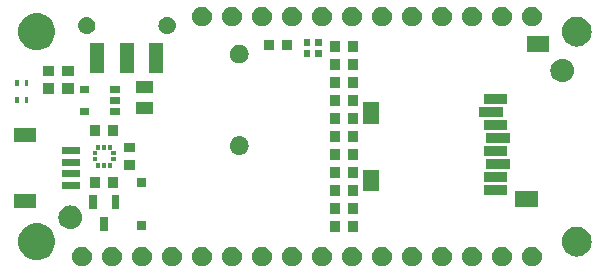
<source format=gbr>
%TF.GenerationSoftware,KiCad,Pcbnew,7.0.8*%
%TF.CreationDate,2024-01-07T13:27:56-05:00*%
%TF.ProjectId,weather-featherwing,77656174-6865-4722-9d66-656174686572,02*%
%TF.SameCoordinates,Original*%
%TF.FileFunction,Soldermask,Top*%
%TF.FilePolarity,Negative*%
%FSLAX46Y46*%
G04 Gerber Fmt 4.6, Leading zero omitted, Abs format (unit mm)*
G04 Created by KiCad (PCBNEW 7.0.8) date 2024-01-07 13:27:56*
%MOMM*%
%LPD*%
G01*
G04 APERTURE LIST*
G04 APERTURE END LIST*
G36*
X120912664Y-117301602D02*
G01*
X121075000Y-117373878D01*
X121218761Y-117478327D01*
X121337664Y-117610383D01*
X121426514Y-117764274D01*
X121481425Y-117933275D01*
X121500000Y-118110000D01*
X121481425Y-118286725D01*
X121426514Y-118455726D01*
X121337664Y-118609617D01*
X121218761Y-118741673D01*
X121075000Y-118846122D01*
X120912664Y-118918398D01*
X120738849Y-118955344D01*
X120561151Y-118955344D01*
X120387336Y-118918398D01*
X120225000Y-118846122D01*
X120081239Y-118741673D01*
X119962336Y-118609617D01*
X119873486Y-118455726D01*
X119818575Y-118286725D01*
X119800000Y-118110000D01*
X119818575Y-117933275D01*
X119873486Y-117764274D01*
X119962336Y-117610383D01*
X120081239Y-117478327D01*
X120225000Y-117373878D01*
X120387336Y-117301602D01*
X120561151Y-117264656D01*
X120738849Y-117264656D01*
X120912664Y-117301602D01*
G37*
G36*
X123452664Y-117301602D02*
G01*
X123615000Y-117373878D01*
X123758761Y-117478327D01*
X123877664Y-117610383D01*
X123966514Y-117764274D01*
X124021425Y-117933275D01*
X124040000Y-118110000D01*
X124021425Y-118286725D01*
X123966514Y-118455726D01*
X123877664Y-118609617D01*
X123758761Y-118741673D01*
X123615000Y-118846122D01*
X123452664Y-118918398D01*
X123278849Y-118955344D01*
X123101151Y-118955344D01*
X122927336Y-118918398D01*
X122765000Y-118846122D01*
X122621239Y-118741673D01*
X122502336Y-118609617D01*
X122413486Y-118455726D01*
X122358575Y-118286725D01*
X122340000Y-118110000D01*
X122358575Y-117933275D01*
X122413486Y-117764274D01*
X122502336Y-117610383D01*
X122621239Y-117478327D01*
X122765000Y-117373878D01*
X122927336Y-117301602D01*
X123101151Y-117264656D01*
X123278849Y-117264656D01*
X123452664Y-117301602D01*
G37*
G36*
X125992664Y-117301602D02*
G01*
X126155000Y-117373878D01*
X126298761Y-117478327D01*
X126417664Y-117610383D01*
X126506514Y-117764274D01*
X126561425Y-117933275D01*
X126580000Y-118110000D01*
X126561425Y-118286725D01*
X126506514Y-118455726D01*
X126417664Y-118609617D01*
X126298761Y-118741673D01*
X126155000Y-118846122D01*
X125992664Y-118918398D01*
X125818849Y-118955344D01*
X125641151Y-118955344D01*
X125467336Y-118918398D01*
X125305000Y-118846122D01*
X125161239Y-118741673D01*
X125042336Y-118609617D01*
X124953486Y-118455726D01*
X124898575Y-118286725D01*
X124880000Y-118110000D01*
X124898575Y-117933275D01*
X124953486Y-117764274D01*
X125042336Y-117610383D01*
X125161239Y-117478327D01*
X125305000Y-117373878D01*
X125467336Y-117301602D01*
X125641151Y-117264656D01*
X125818849Y-117264656D01*
X125992664Y-117301602D01*
G37*
G36*
X128532664Y-117301602D02*
G01*
X128695000Y-117373878D01*
X128838761Y-117478327D01*
X128957664Y-117610383D01*
X129046514Y-117764274D01*
X129101425Y-117933275D01*
X129120000Y-118110000D01*
X129101425Y-118286725D01*
X129046514Y-118455726D01*
X128957664Y-118609617D01*
X128838761Y-118741673D01*
X128695000Y-118846122D01*
X128532664Y-118918398D01*
X128358849Y-118955344D01*
X128181151Y-118955344D01*
X128007336Y-118918398D01*
X127845000Y-118846122D01*
X127701239Y-118741673D01*
X127582336Y-118609617D01*
X127493486Y-118455726D01*
X127438575Y-118286725D01*
X127420000Y-118110000D01*
X127438575Y-117933275D01*
X127493486Y-117764274D01*
X127582336Y-117610383D01*
X127701239Y-117478327D01*
X127845000Y-117373878D01*
X128007336Y-117301602D01*
X128181151Y-117264656D01*
X128358849Y-117264656D01*
X128532664Y-117301602D01*
G37*
G36*
X131072664Y-117301602D02*
G01*
X131235000Y-117373878D01*
X131378761Y-117478327D01*
X131497664Y-117610383D01*
X131586514Y-117764274D01*
X131641425Y-117933275D01*
X131660000Y-118110000D01*
X131641425Y-118286725D01*
X131586514Y-118455726D01*
X131497664Y-118609617D01*
X131378761Y-118741673D01*
X131235000Y-118846122D01*
X131072664Y-118918398D01*
X130898849Y-118955344D01*
X130721151Y-118955344D01*
X130547336Y-118918398D01*
X130385000Y-118846122D01*
X130241239Y-118741673D01*
X130122336Y-118609617D01*
X130033486Y-118455726D01*
X129978575Y-118286725D01*
X129960000Y-118110000D01*
X129978575Y-117933275D01*
X130033486Y-117764274D01*
X130122336Y-117610383D01*
X130241239Y-117478327D01*
X130385000Y-117373878D01*
X130547336Y-117301602D01*
X130721151Y-117264656D01*
X130898849Y-117264656D01*
X131072664Y-117301602D01*
G37*
G36*
X133612664Y-117301602D02*
G01*
X133775000Y-117373878D01*
X133918761Y-117478327D01*
X134037664Y-117610383D01*
X134126514Y-117764274D01*
X134181425Y-117933275D01*
X134200000Y-118110000D01*
X134181425Y-118286725D01*
X134126514Y-118455726D01*
X134037664Y-118609617D01*
X133918761Y-118741673D01*
X133775000Y-118846122D01*
X133612664Y-118918398D01*
X133438849Y-118955344D01*
X133261151Y-118955344D01*
X133087336Y-118918398D01*
X132925000Y-118846122D01*
X132781239Y-118741673D01*
X132662336Y-118609617D01*
X132573486Y-118455726D01*
X132518575Y-118286725D01*
X132500000Y-118110000D01*
X132518575Y-117933275D01*
X132573486Y-117764274D01*
X132662336Y-117610383D01*
X132781239Y-117478327D01*
X132925000Y-117373878D01*
X133087336Y-117301602D01*
X133261151Y-117264656D01*
X133438849Y-117264656D01*
X133612664Y-117301602D01*
G37*
G36*
X136152664Y-117301602D02*
G01*
X136315000Y-117373878D01*
X136458761Y-117478327D01*
X136577664Y-117610383D01*
X136666514Y-117764274D01*
X136721425Y-117933275D01*
X136740000Y-118110000D01*
X136721425Y-118286725D01*
X136666514Y-118455726D01*
X136577664Y-118609617D01*
X136458761Y-118741673D01*
X136315000Y-118846122D01*
X136152664Y-118918398D01*
X135978849Y-118955344D01*
X135801151Y-118955344D01*
X135627336Y-118918398D01*
X135465000Y-118846122D01*
X135321239Y-118741673D01*
X135202336Y-118609617D01*
X135113486Y-118455726D01*
X135058575Y-118286725D01*
X135040000Y-118110000D01*
X135058575Y-117933275D01*
X135113486Y-117764274D01*
X135202336Y-117610383D01*
X135321239Y-117478327D01*
X135465000Y-117373878D01*
X135627336Y-117301602D01*
X135801151Y-117264656D01*
X135978849Y-117264656D01*
X136152664Y-117301602D01*
G37*
G36*
X138692664Y-117301602D02*
G01*
X138855000Y-117373878D01*
X138998761Y-117478327D01*
X139117664Y-117610383D01*
X139206514Y-117764274D01*
X139261425Y-117933275D01*
X139280000Y-118110000D01*
X139261425Y-118286725D01*
X139206514Y-118455726D01*
X139117664Y-118609617D01*
X138998761Y-118741673D01*
X138855000Y-118846122D01*
X138692664Y-118918398D01*
X138518849Y-118955344D01*
X138341151Y-118955344D01*
X138167336Y-118918398D01*
X138005000Y-118846122D01*
X137861239Y-118741673D01*
X137742336Y-118609617D01*
X137653486Y-118455726D01*
X137598575Y-118286725D01*
X137580000Y-118110000D01*
X137598575Y-117933275D01*
X137653486Y-117764274D01*
X137742336Y-117610383D01*
X137861239Y-117478327D01*
X138005000Y-117373878D01*
X138167336Y-117301602D01*
X138341151Y-117264656D01*
X138518849Y-117264656D01*
X138692664Y-117301602D01*
G37*
G36*
X141232664Y-117301602D02*
G01*
X141395000Y-117373878D01*
X141538761Y-117478327D01*
X141657664Y-117610383D01*
X141746514Y-117764274D01*
X141801425Y-117933275D01*
X141820000Y-118110000D01*
X141801425Y-118286725D01*
X141746514Y-118455726D01*
X141657664Y-118609617D01*
X141538761Y-118741673D01*
X141395000Y-118846122D01*
X141232664Y-118918398D01*
X141058849Y-118955344D01*
X140881151Y-118955344D01*
X140707336Y-118918398D01*
X140545000Y-118846122D01*
X140401239Y-118741673D01*
X140282336Y-118609617D01*
X140193486Y-118455726D01*
X140138575Y-118286725D01*
X140120000Y-118110000D01*
X140138575Y-117933275D01*
X140193486Y-117764274D01*
X140282336Y-117610383D01*
X140401239Y-117478327D01*
X140545000Y-117373878D01*
X140707336Y-117301602D01*
X140881151Y-117264656D01*
X141058849Y-117264656D01*
X141232664Y-117301602D01*
G37*
G36*
X143772664Y-117301602D02*
G01*
X143935000Y-117373878D01*
X144078761Y-117478327D01*
X144197664Y-117610383D01*
X144286514Y-117764274D01*
X144341425Y-117933275D01*
X144360000Y-118110000D01*
X144341425Y-118286725D01*
X144286514Y-118455726D01*
X144197664Y-118609617D01*
X144078761Y-118741673D01*
X143935000Y-118846122D01*
X143772664Y-118918398D01*
X143598849Y-118955344D01*
X143421151Y-118955344D01*
X143247336Y-118918398D01*
X143085000Y-118846122D01*
X142941239Y-118741673D01*
X142822336Y-118609617D01*
X142733486Y-118455726D01*
X142678575Y-118286725D01*
X142660000Y-118110000D01*
X142678575Y-117933275D01*
X142733486Y-117764274D01*
X142822336Y-117610383D01*
X142941239Y-117478327D01*
X143085000Y-117373878D01*
X143247336Y-117301602D01*
X143421151Y-117264656D01*
X143598849Y-117264656D01*
X143772664Y-117301602D01*
G37*
G36*
X146312664Y-117301602D02*
G01*
X146475000Y-117373878D01*
X146618761Y-117478327D01*
X146737664Y-117610383D01*
X146826514Y-117764274D01*
X146881425Y-117933275D01*
X146900000Y-118110000D01*
X146881425Y-118286725D01*
X146826514Y-118455726D01*
X146737664Y-118609617D01*
X146618761Y-118741673D01*
X146475000Y-118846122D01*
X146312664Y-118918398D01*
X146138849Y-118955344D01*
X145961151Y-118955344D01*
X145787336Y-118918398D01*
X145625000Y-118846122D01*
X145481239Y-118741673D01*
X145362336Y-118609617D01*
X145273486Y-118455726D01*
X145218575Y-118286725D01*
X145200000Y-118110000D01*
X145218575Y-117933275D01*
X145273486Y-117764274D01*
X145362336Y-117610383D01*
X145481239Y-117478327D01*
X145625000Y-117373878D01*
X145787336Y-117301602D01*
X145961151Y-117264656D01*
X146138849Y-117264656D01*
X146312664Y-117301602D01*
G37*
G36*
X148852664Y-117301602D02*
G01*
X149015000Y-117373878D01*
X149158761Y-117478327D01*
X149277664Y-117610383D01*
X149366514Y-117764274D01*
X149421425Y-117933275D01*
X149440000Y-118110000D01*
X149421425Y-118286725D01*
X149366514Y-118455726D01*
X149277664Y-118609617D01*
X149158761Y-118741673D01*
X149015000Y-118846122D01*
X148852664Y-118918398D01*
X148678849Y-118955344D01*
X148501151Y-118955344D01*
X148327336Y-118918398D01*
X148165000Y-118846122D01*
X148021239Y-118741673D01*
X147902336Y-118609617D01*
X147813486Y-118455726D01*
X147758575Y-118286725D01*
X147740000Y-118110000D01*
X147758575Y-117933275D01*
X147813486Y-117764274D01*
X147902336Y-117610383D01*
X148021239Y-117478327D01*
X148165000Y-117373878D01*
X148327336Y-117301602D01*
X148501151Y-117264656D01*
X148678849Y-117264656D01*
X148852664Y-117301602D01*
G37*
G36*
X151392664Y-117301602D02*
G01*
X151555000Y-117373878D01*
X151698761Y-117478327D01*
X151817664Y-117610383D01*
X151906514Y-117764274D01*
X151961425Y-117933275D01*
X151980000Y-118110000D01*
X151961425Y-118286725D01*
X151906514Y-118455726D01*
X151817664Y-118609617D01*
X151698761Y-118741673D01*
X151555000Y-118846122D01*
X151392664Y-118918398D01*
X151218849Y-118955344D01*
X151041151Y-118955344D01*
X150867336Y-118918398D01*
X150705000Y-118846122D01*
X150561239Y-118741673D01*
X150442336Y-118609617D01*
X150353486Y-118455726D01*
X150298575Y-118286725D01*
X150280000Y-118110000D01*
X150298575Y-117933275D01*
X150353486Y-117764274D01*
X150442336Y-117610383D01*
X150561239Y-117478327D01*
X150705000Y-117373878D01*
X150867336Y-117301602D01*
X151041151Y-117264656D01*
X151218849Y-117264656D01*
X151392664Y-117301602D01*
G37*
G36*
X153932664Y-117301602D02*
G01*
X154095000Y-117373878D01*
X154238761Y-117478327D01*
X154357664Y-117610383D01*
X154446514Y-117764274D01*
X154501425Y-117933275D01*
X154520000Y-118110000D01*
X154501425Y-118286725D01*
X154446514Y-118455726D01*
X154357664Y-118609617D01*
X154238761Y-118741673D01*
X154095000Y-118846122D01*
X153932664Y-118918398D01*
X153758849Y-118955344D01*
X153581151Y-118955344D01*
X153407336Y-118918398D01*
X153245000Y-118846122D01*
X153101239Y-118741673D01*
X152982336Y-118609617D01*
X152893486Y-118455726D01*
X152838575Y-118286725D01*
X152820000Y-118110000D01*
X152838575Y-117933275D01*
X152893486Y-117764274D01*
X152982336Y-117610383D01*
X153101239Y-117478327D01*
X153245000Y-117373878D01*
X153407336Y-117301602D01*
X153581151Y-117264656D01*
X153758849Y-117264656D01*
X153932664Y-117301602D01*
G37*
G36*
X156472664Y-117301602D02*
G01*
X156635000Y-117373878D01*
X156778761Y-117478327D01*
X156897664Y-117610383D01*
X156986514Y-117764274D01*
X157041425Y-117933275D01*
X157060000Y-118110000D01*
X157041425Y-118286725D01*
X156986514Y-118455726D01*
X156897664Y-118609617D01*
X156778761Y-118741673D01*
X156635000Y-118846122D01*
X156472664Y-118918398D01*
X156298849Y-118955344D01*
X156121151Y-118955344D01*
X155947336Y-118918398D01*
X155785000Y-118846122D01*
X155641239Y-118741673D01*
X155522336Y-118609617D01*
X155433486Y-118455726D01*
X155378575Y-118286725D01*
X155360000Y-118110000D01*
X155378575Y-117933275D01*
X155433486Y-117764274D01*
X155522336Y-117610383D01*
X155641239Y-117478327D01*
X155785000Y-117373878D01*
X155947336Y-117301602D01*
X156121151Y-117264656D01*
X156298849Y-117264656D01*
X156472664Y-117301602D01*
G37*
G36*
X159012664Y-117301602D02*
G01*
X159175000Y-117373878D01*
X159318761Y-117478327D01*
X159437664Y-117610383D01*
X159526514Y-117764274D01*
X159581425Y-117933275D01*
X159600000Y-118110000D01*
X159581425Y-118286725D01*
X159526514Y-118455726D01*
X159437664Y-118609617D01*
X159318761Y-118741673D01*
X159175000Y-118846122D01*
X159012664Y-118918398D01*
X158838849Y-118955344D01*
X158661151Y-118955344D01*
X158487336Y-118918398D01*
X158325000Y-118846122D01*
X158181239Y-118741673D01*
X158062336Y-118609617D01*
X157973486Y-118455726D01*
X157918575Y-118286725D01*
X157900000Y-118110000D01*
X157918575Y-117933275D01*
X157973486Y-117764274D01*
X158062336Y-117610383D01*
X158181239Y-117478327D01*
X158325000Y-117373878D01*
X158487336Y-117301602D01*
X158661151Y-117264656D01*
X158838849Y-117264656D01*
X159012664Y-117301602D01*
G37*
G36*
X117085602Y-115289329D02*
G01*
X117325157Y-115346841D01*
X117552765Y-115441120D01*
X117762823Y-115569843D01*
X117950158Y-115729842D01*
X118110157Y-115917177D01*
X118238880Y-116127235D01*
X118333159Y-116354843D01*
X118390671Y-116594398D01*
X118410000Y-116840000D01*
X118390671Y-117085602D01*
X118333159Y-117325157D01*
X118238880Y-117552765D01*
X118110157Y-117762823D01*
X117950158Y-117950158D01*
X117762823Y-118110157D01*
X117552765Y-118238880D01*
X117325157Y-118333159D01*
X117085602Y-118390671D01*
X116840000Y-118410000D01*
X116594398Y-118390671D01*
X116354843Y-118333159D01*
X116127235Y-118238880D01*
X115917177Y-118110157D01*
X115729842Y-117950158D01*
X115569843Y-117762823D01*
X115441120Y-117552765D01*
X115346841Y-117325157D01*
X115289329Y-117085602D01*
X115270000Y-116840000D01*
X115289329Y-116594398D01*
X115346841Y-116354843D01*
X115441120Y-116127235D01*
X115569843Y-115917177D01*
X115729842Y-115729842D01*
X115917177Y-115569843D01*
X116127235Y-115441120D01*
X116354843Y-115346841D01*
X116594398Y-115289329D01*
X116840000Y-115270000D01*
X117085602Y-115289329D01*
G37*
G36*
X162780533Y-115589294D02*
G01*
X162994366Y-115646590D01*
X163195000Y-115740148D01*
X163376340Y-115867124D01*
X163532876Y-116023660D01*
X163659852Y-116205000D01*
X163753410Y-116405634D01*
X163810706Y-116619467D01*
X163830000Y-116840000D01*
X163810706Y-117060533D01*
X163753410Y-117274366D01*
X163659852Y-117475000D01*
X163532876Y-117656340D01*
X163376340Y-117812876D01*
X163195000Y-117939852D01*
X162994366Y-118033410D01*
X162780533Y-118090706D01*
X162560000Y-118110000D01*
X162339467Y-118090706D01*
X162125634Y-118033410D01*
X161925000Y-117939852D01*
X161743660Y-117812876D01*
X161587124Y-117656340D01*
X161460148Y-117475000D01*
X161366590Y-117274366D01*
X161309294Y-117060533D01*
X161290000Y-116840000D01*
X161309294Y-116619467D01*
X161366590Y-116405634D01*
X161460148Y-116205000D01*
X161587124Y-116023660D01*
X161743660Y-115867124D01*
X161925000Y-115740148D01*
X162125634Y-115646590D01*
X162339467Y-115589294D01*
X162560000Y-115570000D01*
X162780533Y-115589294D01*
G37*
G36*
X142560500Y-116055000D02*
G01*
X141689500Y-116055000D01*
X141689500Y-115085000D01*
X142560500Y-115085000D01*
X142560500Y-116055000D01*
G37*
G36*
X144060500Y-116055000D02*
G01*
X143189500Y-116055000D01*
X143189500Y-115085000D01*
X144060500Y-115085000D01*
X144060500Y-116055000D01*
G37*
G36*
X122877500Y-115952500D02*
G01*
X122232500Y-115952500D01*
X122232500Y-114779500D01*
X122877500Y-114779500D01*
X122877500Y-115952500D01*
G37*
G36*
X126125000Y-115850000D02*
G01*
X125335000Y-115850000D01*
X125335000Y-115090000D01*
X126125000Y-115090000D01*
X126125000Y-115850000D01*
G37*
G36*
X119879890Y-113801815D02*
G01*
X120067483Y-113858720D01*
X120240370Y-113951130D01*
X120391907Y-114075493D01*
X120516270Y-114227030D01*
X120608680Y-114399917D01*
X120665585Y-114587510D01*
X120684800Y-114782600D01*
X120665585Y-114977690D01*
X120608680Y-115165283D01*
X120516270Y-115338170D01*
X120391907Y-115489707D01*
X120240370Y-115614070D01*
X120067483Y-115706480D01*
X119879890Y-115763385D01*
X119684800Y-115782600D01*
X119489710Y-115763385D01*
X119302117Y-115706480D01*
X119129230Y-115614070D01*
X118977693Y-115489707D01*
X118853330Y-115338170D01*
X118760920Y-115165283D01*
X118704015Y-114977690D01*
X118684800Y-114782600D01*
X118704015Y-114587510D01*
X118760920Y-114399917D01*
X118853330Y-114227030D01*
X118977693Y-114075493D01*
X119129230Y-113951130D01*
X119302117Y-113858720D01*
X119489710Y-113801815D01*
X119684800Y-113782600D01*
X119879890Y-113801815D01*
G37*
G36*
X142560500Y-114531000D02*
G01*
X141689500Y-114531000D01*
X141689500Y-113561000D01*
X142560500Y-113561000D01*
X142560500Y-114531000D01*
G37*
G36*
X144060500Y-114531000D02*
G01*
X143189500Y-114531000D01*
X143189500Y-113561000D01*
X144060500Y-113561000D01*
X144060500Y-114531000D01*
G37*
G36*
X121927500Y-114074500D02*
G01*
X121282500Y-114074500D01*
X121282500Y-112901500D01*
X121927500Y-112901500D01*
X121927500Y-114074500D01*
G37*
G36*
X123827500Y-114074500D02*
G01*
X123182500Y-114074500D01*
X123182500Y-112901500D01*
X123827500Y-112901500D01*
X123827500Y-114074500D01*
G37*
G36*
X116755400Y-114015600D02*
G01*
X114955400Y-114015600D01*
X114955400Y-112815600D01*
X116755400Y-112815600D01*
X116755400Y-114015600D01*
G37*
G36*
X159250000Y-113955000D02*
G01*
X157350000Y-113955000D01*
X157350000Y-112555000D01*
X159250000Y-112555000D01*
X159250000Y-113955000D01*
G37*
G36*
X142530000Y-112986500D02*
G01*
X141710000Y-112986500D01*
X141710000Y-112057500D01*
X142530000Y-112057500D01*
X142530000Y-112986500D01*
G37*
G36*
X144040000Y-112986500D02*
G01*
X143220000Y-112986500D01*
X143220000Y-112057500D01*
X144040000Y-112057500D01*
X144040000Y-112986500D01*
G37*
G36*
X156700000Y-112865000D02*
G01*
X154700000Y-112865000D01*
X154700000Y-112065000D01*
X156700000Y-112065000D01*
X156700000Y-112865000D01*
G37*
G36*
X145850000Y-112555000D02*
G01*
X144450000Y-112555000D01*
X144450000Y-110755000D01*
X145850000Y-110755000D01*
X145850000Y-112555000D01*
G37*
G36*
X120505400Y-112415600D02*
G01*
X118955400Y-112415600D01*
X118955400Y-111815600D01*
X120505400Y-111815600D01*
X120505400Y-112415600D01*
G37*
G36*
X122210000Y-112326100D02*
G01*
X121390000Y-112326100D01*
X121390000Y-111397100D01*
X122210000Y-111397100D01*
X122210000Y-112326100D01*
G37*
G36*
X123720000Y-112326100D02*
G01*
X122900000Y-112326100D01*
X122900000Y-111397100D01*
X123720000Y-111397100D01*
X123720000Y-112326100D01*
G37*
G36*
X126125000Y-112240000D02*
G01*
X125335000Y-112240000D01*
X125335000Y-111480000D01*
X126125000Y-111480000D01*
X126125000Y-112240000D01*
G37*
G36*
X156700000Y-111765000D02*
G01*
X154700000Y-111765000D01*
X154700000Y-110965000D01*
X156700000Y-110965000D01*
X156700000Y-111765000D01*
G37*
G36*
X142530000Y-111462500D02*
G01*
X141710000Y-111462500D01*
X141710000Y-110533500D01*
X142530000Y-110533500D01*
X142530000Y-111462500D01*
G37*
G36*
X144040000Y-111462500D02*
G01*
X143220000Y-111462500D01*
X143220000Y-110533500D01*
X144040000Y-110533500D01*
X144040000Y-111462500D01*
G37*
G36*
X120505400Y-111415600D02*
G01*
X118955400Y-111415600D01*
X118955400Y-110815600D01*
X120505400Y-110815600D01*
X120505400Y-111415600D01*
G37*
G36*
X125178500Y-110791400D02*
G01*
X124249500Y-110791400D01*
X124249500Y-109971400D01*
X125178500Y-109971400D01*
X125178500Y-110791400D01*
G37*
G36*
X156900000Y-110665000D02*
G01*
X154900000Y-110665000D01*
X154900000Y-109865000D01*
X156900000Y-109865000D01*
X156900000Y-110665000D01*
G37*
G36*
X122230000Y-110590900D02*
G01*
X121880000Y-110590900D01*
X121880000Y-110193900D01*
X122230000Y-110193900D01*
X122230000Y-110590900D01*
G37*
G36*
X122730000Y-110590900D02*
G01*
X122380000Y-110590900D01*
X122380000Y-110193900D01*
X122730000Y-110193900D01*
X122730000Y-110590900D01*
G37*
G36*
X123230000Y-110590900D02*
G01*
X122880000Y-110590900D01*
X122880000Y-110193900D01*
X123230000Y-110193900D01*
X123230000Y-110590900D01*
G37*
G36*
X120505400Y-110415600D02*
G01*
X118955400Y-110415600D01*
X118955400Y-109815600D01*
X120505400Y-109815600D01*
X120505400Y-110415600D01*
G37*
G36*
X121987500Y-110051400D02*
G01*
X121590500Y-110051400D01*
X121590500Y-109701400D01*
X121987500Y-109701400D01*
X121987500Y-110051400D01*
G37*
G36*
X123519500Y-110051400D02*
G01*
X123122500Y-110051400D01*
X123122500Y-109701400D01*
X123519500Y-109701400D01*
X123519500Y-110051400D01*
G37*
G36*
X142530000Y-109938500D02*
G01*
X141710000Y-109938500D01*
X141710000Y-109009500D01*
X142530000Y-109009500D01*
X142530000Y-109938500D01*
G37*
G36*
X144040000Y-109938500D02*
G01*
X143220000Y-109938500D01*
X143220000Y-109009500D01*
X144040000Y-109009500D01*
X144040000Y-109938500D01*
G37*
G36*
X156700000Y-109565000D02*
G01*
X154700000Y-109565000D01*
X154700000Y-108765000D01*
X156700000Y-108765000D01*
X156700000Y-109565000D01*
G37*
G36*
X121987500Y-109551400D02*
G01*
X121590500Y-109551400D01*
X121590500Y-109201400D01*
X121987500Y-109201400D01*
X121987500Y-109551400D01*
G37*
G36*
X123519500Y-109551400D02*
G01*
X123122500Y-109551400D01*
X123122500Y-109201400D01*
X123519500Y-109201400D01*
X123519500Y-109551400D01*
G37*
G36*
X134026367Y-107916661D02*
G01*
X134068593Y-107916661D01*
X134116228Y-107926786D01*
X134163017Y-107932058D01*
X134197039Y-107943962D01*
X134232127Y-107951421D01*
X134282695Y-107973935D01*
X134332107Y-107991225D01*
X134357823Y-108007383D01*
X134384860Y-108019421D01*
X134435275Y-108056050D01*
X134483792Y-108086535D01*
X134501214Y-108103957D01*
X134520117Y-108117691D01*
X134566844Y-108169587D01*
X134610465Y-108213208D01*
X134620499Y-108229177D01*
X134631986Y-108241935D01*
X134671285Y-108310003D01*
X134705775Y-108364893D01*
X134710080Y-108377197D01*
X134715580Y-108386723D01*
X134743740Y-108473392D01*
X134764942Y-108533983D01*
X134765746Y-108541118D01*
X134767244Y-108545729D01*
X134780820Y-108674904D01*
X134785000Y-108712000D01*
X134780819Y-108749098D01*
X134767244Y-108878270D01*
X134765746Y-108882879D01*
X134764942Y-108890017D01*
X134743736Y-108950620D01*
X134715580Y-109037276D01*
X134710081Y-109046799D01*
X134705775Y-109059107D01*
X134671278Y-109114007D01*
X134631986Y-109182064D01*
X134620501Y-109194818D01*
X134610465Y-109210792D01*
X134566835Y-109254421D01*
X134520117Y-109306308D01*
X134501218Y-109320038D01*
X134483792Y-109337465D01*
X134435265Y-109367956D01*
X134384860Y-109404578D01*
X134357829Y-109416612D01*
X134332107Y-109432775D01*
X134282685Y-109450068D01*
X134232127Y-109472578D01*
X134197045Y-109480035D01*
X134163017Y-109491942D01*
X134116225Y-109497214D01*
X134068593Y-109507339D01*
X134026367Y-109507339D01*
X133985000Y-109512000D01*
X133943633Y-109507339D01*
X133901407Y-109507339D01*
X133853774Y-109497214D01*
X133806983Y-109491942D01*
X133772955Y-109480035D01*
X133737872Y-109472578D01*
X133687309Y-109450066D01*
X133637893Y-109432775D01*
X133612173Y-109416614D01*
X133585139Y-109404578D01*
X133534726Y-109367951D01*
X133486208Y-109337465D01*
X133468784Y-109320041D01*
X133449882Y-109306308D01*
X133403154Y-109254411D01*
X133359535Y-109210792D01*
X133349500Y-109194822D01*
X133338013Y-109182064D01*
X133298709Y-109113987D01*
X133264225Y-109059107D01*
X133259919Y-109046803D01*
X133254419Y-109037276D01*
X133226249Y-108950580D01*
X133205058Y-108890017D01*
X133204254Y-108882884D01*
X133202755Y-108878270D01*
X133189165Y-108748966D01*
X133185000Y-108712000D01*
X133189164Y-108675036D01*
X133202755Y-108545729D01*
X133204254Y-108541113D01*
X133205058Y-108533983D01*
X133226245Y-108473432D01*
X133254419Y-108386723D01*
X133259920Y-108377193D01*
X133264225Y-108364893D01*
X133298701Y-108310023D01*
X133338013Y-108241935D01*
X133349502Y-108229174D01*
X133359535Y-108213208D01*
X133403145Y-108169597D01*
X133449882Y-108117691D01*
X133468787Y-108103955D01*
X133486208Y-108086535D01*
X133534721Y-108056052D01*
X133585140Y-108019421D01*
X133612176Y-108007383D01*
X133637893Y-107991225D01*
X133687301Y-107973936D01*
X133737872Y-107951421D01*
X133772961Y-107943962D01*
X133806983Y-107932058D01*
X133853771Y-107926786D01*
X133901407Y-107916661D01*
X133943633Y-107916661D01*
X133985000Y-107912000D01*
X134026367Y-107916661D01*
G37*
G36*
X120505400Y-109415600D02*
G01*
X118955400Y-109415600D01*
X118955400Y-108815600D01*
X120505400Y-108815600D01*
X120505400Y-109415600D01*
G37*
G36*
X125178500Y-109281400D02*
G01*
X124249500Y-109281400D01*
X124249500Y-108461400D01*
X125178500Y-108461400D01*
X125178500Y-109281400D01*
G37*
G36*
X122230000Y-109058900D02*
G01*
X121880000Y-109058900D01*
X121880000Y-108661900D01*
X122230000Y-108661900D01*
X122230000Y-109058900D01*
G37*
G36*
X122730000Y-109058900D02*
G01*
X122380000Y-109058900D01*
X122380000Y-108661900D01*
X122730000Y-108661900D01*
X122730000Y-109058900D01*
G37*
G36*
X123230000Y-109058900D02*
G01*
X122880000Y-109058900D01*
X122880000Y-108661900D01*
X123230000Y-108661900D01*
X123230000Y-109058900D01*
G37*
G36*
X156900000Y-108465000D02*
G01*
X154900000Y-108465000D01*
X154900000Y-107665000D01*
X156900000Y-107665000D01*
X156900000Y-108465000D01*
G37*
G36*
X116755400Y-108415600D02*
G01*
X114955400Y-108415600D01*
X114955400Y-107215600D01*
X116755400Y-107215600D01*
X116755400Y-108415600D01*
G37*
G36*
X142530000Y-108414500D02*
G01*
X141710000Y-108414500D01*
X141710000Y-107485500D01*
X142530000Y-107485500D01*
X142530000Y-108414500D01*
G37*
G36*
X144040000Y-108414500D02*
G01*
X143220000Y-108414500D01*
X143220000Y-107485500D01*
X144040000Y-107485500D01*
X144040000Y-108414500D01*
G37*
G36*
X122240500Y-107927000D02*
G01*
X121369500Y-107927000D01*
X121369500Y-106957000D01*
X122240500Y-106957000D01*
X122240500Y-107927000D01*
G37*
G36*
X123740500Y-107927000D02*
G01*
X122869500Y-107927000D01*
X122869500Y-106957000D01*
X123740500Y-106957000D01*
X123740500Y-107927000D01*
G37*
G36*
X156700000Y-107365000D02*
G01*
X154700000Y-107365000D01*
X154700000Y-106565000D01*
X156700000Y-106565000D01*
X156700000Y-107365000D01*
G37*
G36*
X142530000Y-106890500D02*
G01*
X141710000Y-106890500D01*
X141710000Y-105961500D01*
X142530000Y-105961500D01*
X142530000Y-106890500D01*
G37*
G36*
X144040000Y-106890500D02*
G01*
X143220000Y-106890500D01*
X143220000Y-105961500D01*
X144040000Y-105961500D01*
X144040000Y-106890500D01*
G37*
G36*
X145850000Y-106855000D02*
G01*
X144450000Y-106855000D01*
X144450000Y-105055000D01*
X145850000Y-105055000D01*
X145850000Y-106855000D01*
G37*
G36*
X156300000Y-106265000D02*
G01*
X154300000Y-106265000D01*
X154300000Y-105465000D01*
X156300000Y-105465000D01*
X156300000Y-106265000D01*
G37*
G36*
X121299500Y-106156500D02*
G01*
X120466500Y-106156500D01*
X120466500Y-105547500D01*
X121299500Y-105547500D01*
X121299500Y-106156500D01*
G37*
G36*
X123881500Y-106156500D02*
G01*
X123048500Y-106156500D01*
X123048500Y-105547500D01*
X123881500Y-105547500D01*
X123881500Y-106156500D01*
G37*
G36*
X126716500Y-106055500D02*
G01*
X125251500Y-106055500D01*
X125251500Y-105070500D01*
X126716500Y-105070500D01*
X126716500Y-106055500D01*
G37*
G36*
X142530000Y-105366500D02*
G01*
X141710000Y-105366500D01*
X141710000Y-104437500D01*
X142530000Y-104437500D01*
X142530000Y-105366500D01*
G37*
G36*
X144040000Y-105366500D02*
G01*
X143220000Y-105366500D01*
X143220000Y-104437500D01*
X144040000Y-104437500D01*
X144040000Y-105366500D01*
G37*
G36*
X123881500Y-105206500D02*
G01*
X123048500Y-105206500D01*
X123048500Y-104597500D01*
X123881500Y-104597500D01*
X123881500Y-105206500D01*
G37*
G36*
X156700000Y-105165000D02*
G01*
X154700000Y-105165000D01*
X154700000Y-104365000D01*
X156700000Y-104365000D01*
X156700000Y-105165000D01*
G37*
G36*
X115320000Y-105090000D02*
G01*
X115020000Y-105090000D01*
X115020000Y-104590000D01*
X115320000Y-104590000D01*
X115320000Y-105090000D01*
G37*
G36*
X116120000Y-105090000D02*
G01*
X115820000Y-105090000D01*
X115820000Y-104590000D01*
X116120000Y-104590000D01*
X116120000Y-105090000D01*
G37*
G36*
X118341000Y-104309500D02*
G01*
X117371000Y-104309500D01*
X117371000Y-103438500D01*
X118341000Y-103438500D01*
X118341000Y-104309500D01*
G37*
G36*
X119992000Y-104309500D02*
G01*
X119022000Y-104309500D01*
X119022000Y-103438500D01*
X119992000Y-103438500D01*
X119992000Y-104309500D01*
G37*
G36*
X121299500Y-104256500D02*
G01*
X120466500Y-104256500D01*
X120466500Y-103647500D01*
X121299500Y-103647500D01*
X121299500Y-104256500D01*
G37*
G36*
X123881500Y-104256500D02*
G01*
X123048500Y-104256500D01*
X123048500Y-103647500D01*
X123881500Y-103647500D01*
X123881500Y-104256500D01*
G37*
G36*
X126716500Y-104225500D02*
G01*
X125251500Y-104225500D01*
X125251500Y-103240500D01*
X126716500Y-103240500D01*
X126716500Y-104225500D01*
G37*
G36*
X142530000Y-103842500D02*
G01*
X141710000Y-103842500D01*
X141710000Y-102913500D01*
X142530000Y-102913500D01*
X142530000Y-103842500D01*
G37*
G36*
X144040000Y-103842500D02*
G01*
X143220000Y-103842500D01*
X143220000Y-102913500D01*
X144040000Y-102913500D01*
X144040000Y-103842500D01*
G37*
G36*
X115320000Y-103690000D02*
G01*
X115020000Y-103690000D01*
X115020000Y-103190000D01*
X115320000Y-103190000D01*
X115320000Y-103690000D01*
G37*
G36*
X116120000Y-103690000D02*
G01*
X115820000Y-103690000D01*
X115820000Y-103190000D01*
X116120000Y-103190000D01*
X116120000Y-103690000D01*
G37*
G36*
X161535890Y-101381215D02*
G01*
X161723483Y-101438120D01*
X161896370Y-101530530D01*
X162047907Y-101654893D01*
X162172270Y-101806430D01*
X162264680Y-101979317D01*
X162321585Y-102166910D01*
X162340800Y-102362000D01*
X162321585Y-102557090D01*
X162264680Y-102744683D01*
X162172270Y-102917570D01*
X162047907Y-103069107D01*
X161896370Y-103193470D01*
X161723483Y-103285880D01*
X161535890Y-103342785D01*
X161340800Y-103362000D01*
X161145710Y-103342785D01*
X160958117Y-103285880D01*
X160785230Y-103193470D01*
X160633693Y-103069107D01*
X160509330Y-102917570D01*
X160416920Y-102744683D01*
X160360015Y-102557090D01*
X160340800Y-102362000D01*
X160360015Y-102166910D01*
X160416920Y-101979317D01*
X160509330Y-101806430D01*
X160633693Y-101654893D01*
X160785230Y-101530530D01*
X160958117Y-101438120D01*
X161145710Y-101381215D01*
X161340800Y-101362000D01*
X161535890Y-101381215D01*
G37*
G36*
X118341000Y-102809500D02*
G01*
X117371000Y-102809500D01*
X117371000Y-101938500D01*
X118341000Y-101938500D01*
X118341000Y-102809500D01*
G37*
G36*
X119992000Y-102809500D02*
G01*
X119022000Y-102809500D01*
X119022000Y-101938500D01*
X119992000Y-101938500D01*
X119992000Y-102809500D01*
G37*
G36*
X122560000Y-102552000D02*
G01*
X121360000Y-102552000D01*
X121360000Y-100052000D01*
X122560000Y-100052000D01*
X122560000Y-102552000D01*
G37*
G36*
X125060000Y-102552000D02*
G01*
X123860000Y-102552000D01*
X123860000Y-100052000D01*
X125060000Y-100052000D01*
X125060000Y-102552000D01*
G37*
G36*
X127560000Y-102552000D02*
G01*
X126360000Y-102552000D01*
X126360000Y-100052000D01*
X127560000Y-100052000D01*
X127560000Y-102552000D01*
G37*
G36*
X142530000Y-102318500D02*
G01*
X141710000Y-102318500D01*
X141710000Y-101389500D01*
X142530000Y-101389500D01*
X142530000Y-102318500D01*
G37*
G36*
X144040000Y-102318500D02*
G01*
X143220000Y-102318500D01*
X143220000Y-101389500D01*
X144040000Y-101389500D01*
X144040000Y-102318500D01*
G37*
G36*
X134026367Y-100166661D02*
G01*
X134068593Y-100166661D01*
X134116228Y-100176786D01*
X134163017Y-100182058D01*
X134197039Y-100193962D01*
X134232127Y-100201421D01*
X134282695Y-100223935D01*
X134332107Y-100241225D01*
X134357823Y-100257383D01*
X134384860Y-100269421D01*
X134435275Y-100306050D01*
X134483792Y-100336535D01*
X134501214Y-100353957D01*
X134520117Y-100367691D01*
X134566844Y-100419587D01*
X134610465Y-100463208D01*
X134620499Y-100479177D01*
X134631986Y-100491935D01*
X134671285Y-100560003D01*
X134705775Y-100614893D01*
X134710080Y-100627197D01*
X134715580Y-100636723D01*
X134743740Y-100723392D01*
X134764942Y-100783983D01*
X134765746Y-100791118D01*
X134767244Y-100795729D01*
X134780820Y-100924904D01*
X134785000Y-100962000D01*
X134780819Y-100999098D01*
X134767244Y-101128270D01*
X134765746Y-101132879D01*
X134764942Y-101140017D01*
X134743736Y-101200620D01*
X134715580Y-101287276D01*
X134710081Y-101296799D01*
X134705775Y-101309107D01*
X134671278Y-101364007D01*
X134631986Y-101432064D01*
X134620501Y-101444818D01*
X134610465Y-101460792D01*
X134566835Y-101504421D01*
X134520117Y-101556308D01*
X134501218Y-101570038D01*
X134483792Y-101587465D01*
X134435265Y-101617956D01*
X134384860Y-101654578D01*
X134357829Y-101666612D01*
X134332107Y-101682775D01*
X134282685Y-101700068D01*
X134232127Y-101722578D01*
X134197045Y-101730035D01*
X134163017Y-101741942D01*
X134116225Y-101747214D01*
X134068593Y-101757339D01*
X134026367Y-101757339D01*
X133985000Y-101762000D01*
X133943633Y-101757339D01*
X133901407Y-101757339D01*
X133853774Y-101747214D01*
X133806983Y-101741942D01*
X133772955Y-101730035D01*
X133737872Y-101722578D01*
X133687309Y-101700066D01*
X133637893Y-101682775D01*
X133612173Y-101666614D01*
X133585139Y-101654578D01*
X133534726Y-101617951D01*
X133486208Y-101587465D01*
X133468784Y-101570041D01*
X133449882Y-101556308D01*
X133403154Y-101504411D01*
X133359535Y-101460792D01*
X133349500Y-101444822D01*
X133338013Y-101432064D01*
X133298709Y-101363987D01*
X133264225Y-101309107D01*
X133259919Y-101296803D01*
X133254419Y-101287276D01*
X133226249Y-101200580D01*
X133205058Y-101140017D01*
X133204254Y-101132884D01*
X133202755Y-101128270D01*
X133189165Y-100998966D01*
X133185000Y-100962000D01*
X133189164Y-100925036D01*
X133202755Y-100795729D01*
X133204254Y-100791113D01*
X133205058Y-100783983D01*
X133226245Y-100723432D01*
X133254419Y-100636723D01*
X133259920Y-100627193D01*
X133264225Y-100614893D01*
X133298701Y-100560023D01*
X133338013Y-100491935D01*
X133349502Y-100479174D01*
X133359535Y-100463208D01*
X133403145Y-100419597D01*
X133449882Y-100367691D01*
X133468787Y-100353955D01*
X133486208Y-100336535D01*
X133534721Y-100306052D01*
X133585140Y-100269421D01*
X133612176Y-100257383D01*
X133637893Y-100241225D01*
X133687301Y-100223936D01*
X133737872Y-100201421D01*
X133772961Y-100193962D01*
X133806983Y-100182058D01*
X133853771Y-100176786D01*
X133901407Y-100166661D01*
X133943633Y-100166661D01*
X133985000Y-100162000D01*
X134026367Y-100166661D01*
G37*
G36*
X140008000Y-101207000D02*
G01*
X139458000Y-101207000D01*
X139458000Y-100657000D01*
X140008000Y-100657000D01*
X140008000Y-101207000D01*
G37*
G36*
X140958000Y-101207000D02*
G01*
X140408000Y-101207000D01*
X140408000Y-100657000D01*
X140958000Y-100657000D01*
X140958000Y-101207000D01*
G37*
G36*
X160250000Y-100805000D02*
G01*
X158350000Y-100805000D01*
X158350000Y-99405000D01*
X160250000Y-99405000D01*
X160250000Y-100805000D01*
G37*
G36*
X142530000Y-100794500D02*
G01*
X141710000Y-100794500D01*
X141710000Y-99865500D01*
X142530000Y-99865500D01*
X142530000Y-100794500D01*
G37*
G36*
X144040000Y-100794500D02*
G01*
X143220000Y-100794500D01*
X143220000Y-99865500D01*
X144040000Y-99865500D01*
X144040000Y-100794500D01*
G37*
G36*
X136942000Y-100667500D02*
G01*
X136122000Y-100667500D01*
X136122000Y-99738500D01*
X136942000Y-99738500D01*
X136942000Y-100667500D01*
G37*
G36*
X138452000Y-100667500D02*
G01*
X137632000Y-100667500D01*
X137632000Y-99738500D01*
X138452000Y-99738500D01*
X138452000Y-100667500D01*
G37*
G36*
X117085602Y-97509329D02*
G01*
X117325157Y-97566841D01*
X117552765Y-97661120D01*
X117762823Y-97789843D01*
X117950158Y-97949842D01*
X118110157Y-98137177D01*
X118238880Y-98347235D01*
X118333159Y-98574843D01*
X118390671Y-98814398D01*
X118410000Y-99060000D01*
X118390671Y-99305602D01*
X118333159Y-99545157D01*
X118238880Y-99772765D01*
X118110157Y-99982823D01*
X117950158Y-100170158D01*
X117762823Y-100330157D01*
X117552765Y-100458880D01*
X117325157Y-100553159D01*
X117085602Y-100610671D01*
X116840000Y-100630000D01*
X116594398Y-100610671D01*
X116354843Y-100553159D01*
X116127235Y-100458880D01*
X115917177Y-100330157D01*
X115729842Y-100170158D01*
X115569843Y-99982823D01*
X115441120Y-99772765D01*
X115346841Y-99545157D01*
X115289329Y-99305602D01*
X115270000Y-99060000D01*
X115289329Y-98814398D01*
X115346841Y-98574843D01*
X115441120Y-98347235D01*
X115569843Y-98137177D01*
X115729842Y-97949842D01*
X115917177Y-97789843D01*
X116127235Y-97661120D01*
X116354843Y-97566841D01*
X116594398Y-97509329D01*
X116840000Y-97490000D01*
X117085602Y-97509329D01*
G37*
G36*
X162780533Y-97809294D02*
G01*
X162994366Y-97866590D01*
X163195000Y-97960148D01*
X163376340Y-98087124D01*
X163532876Y-98243660D01*
X163659852Y-98425000D01*
X163753410Y-98625634D01*
X163810706Y-98839467D01*
X163830000Y-99060000D01*
X163810706Y-99280533D01*
X163753410Y-99494366D01*
X163659852Y-99695000D01*
X163532876Y-99876340D01*
X163376340Y-100032876D01*
X163195000Y-100159852D01*
X162994366Y-100253410D01*
X162780533Y-100310706D01*
X162560000Y-100330000D01*
X162339467Y-100310706D01*
X162125634Y-100253410D01*
X161925000Y-100159852D01*
X161743660Y-100032876D01*
X161587124Y-99876340D01*
X161460148Y-99695000D01*
X161366590Y-99494366D01*
X161309294Y-99280533D01*
X161290000Y-99060000D01*
X161309294Y-98839467D01*
X161366590Y-98625634D01*
X161460148Y-98425000D01*
X161587124Y-98243660D01*
X161743660Y-98087124D01*
X161925000Y-97960148D01*
X162125634Y-97866590D01*
X162339467Y-97809294D01*
X162560000Y-97790000D01*
X162780533Y-97809294D01*
G37*
G36*
X140008000Y-100257000D02*
G01*
X139458000Y-100257000D01*
X139458000Y-99707000D01*
X140008000Y-99707000D01*
X140008000Y-100257000D01*
G37*
G36*
X140958000Y-100257000D02*
G01*
X140408000Y-100257000D01*
X140408000Y-99707000D01*
X140958000Y-99707000D01*
X140958000Y-100257000D01*
G37*
G36*
X121226891Y-97820804D02*
G01*
X121385413Y-97876273D01*
X121527617Y-97965626D01*
X121646374Y-98084383D01*
X121735727Y-98226587D01*
X121791196Y-98385109D01*
X121810000Y-98552000D01*
X121791196Y-98718891D01*
X121735727Y-98877413D01*
X121646374Y-99019617D01*
X121527617Y-99138374D01*
X121385413Y-99227727D01*
X121226891Y-99283196D01*
X121060000Y-99302000D01*
X120893109Y-99283196D01*
X120734587Y-99227727D01*
X120592383Y-99138374D01*
X120473626Y-99019617D01*
X120384273Y-98877413D01*
X120328804Y-98718891D01*
X120310000Y-98552000D01*
X120328804Y-98385109D01*
X120384273Y-98226587D01*
X120473626Y-98084383D01*
X120592383Y-97965626D01*
X120734587Y-97876273D01*
X120893109Y-97820804D01*
X121060000Y-97802000D01*
X121226891Y-97820804D01*
G37*
G36*
X128056891Y-97820804D02*
G01*
X128215413Y-97876273D01*
X128357617Y-97965626D01*
X128476374Y-98084383D01*
X128565727Y-98226587D01*
X128621196Y-98385109D01*
X128640000Y-98552000D01*
X128621196Y-98718891D01*
X128565727Y-98877413D01*
X128476374Y-99019617D01*
X128357617Y-99138374D01*
X128215413Y-99227727D01*
X128056891Y-99283196D01*
X127890000Y-99302000D01*
X127723109Y-99283196D01*
X127564587Y-99227727D01*
X127422383Y-99138374D01*
X127303626Y-99019617D01*
X127214273Y-98877413D01*
X127158804Y-98718891D01*
X127140000Y-98552000D01*
X127158804Y-98385109D01*
X127214273Y-98226587D01*
X127303626Y-98084383D01*
X127422383Y-97965626D01*
X127564587Y-97876273D01*
X127723109Y-97820804D01*
X127890000Y-97802000D01*
X128056891Y-97820804D01*
G37*
G36*
X131072664Y-96981602D02*
G01*
X131235000Y-97053878D01*
X131378761Y-97158327D01*
X131497664Y-97290383D01*
X131586514Y-97444274D01*
X131641425Y-97613275D01*
X131660000Y-97790000D01*
X131641425Y-97966725D01*
X131586514Y-98135726D01*
X131497664Y-98289617D01*
X131378761Y-98421673D01*
X131235000Y-98526122D01*
X131072664Y-98598398D01*
X130898849Y-98635344D01*
X130721151Y-98635344D01*
X130547336Y-98598398D01*
X130385000Y-98526122D01*
X130241239Y-98421673D01*
X130122336Y-98289617D01*
X130033486Y-98135726D01*
X129978575Y-97966725D01*
X129960000Y-97790000D01*
X129978575Y-97613275D01*
X130033486Y-97444274D01*
X130122336Y-97290383D01*
X130241239Y-97158327D01*
X130385000Y-97053878D01*
X130547336Y-96981602D01*
X130721151Y-96944656D01*
X130898849Y-96944656D01*
X131072664Y-96981602D01*
G37*
G36*
X133612664Y-96981602D02*
G01*
X133775000Y-97053878D01*
X133918761Y-97158327D01*
X134037664Y-97290383D01*
X134126514Y-97444274D01*
X134181425Y-97613275D01*
X134200000Y-97790000D01*
X134181425Y-97966725D01*
X134126514Y-98135726D01*
X134037664Y-98289617D01*
X133918761Y-98421673D01*
X133775000Y-98526122D01*
X133612664Y-98598398D01*
X133438849Y-98635344D01*
X133261151Y-98635344D01*
X133087336Y-98598398D01*
X132925000Y-98526122D01*
X132781239Y-98421673D01*
X132662336Y-98289617D01*
X132573486Y-98135726D01*
X132518575Y-97966725D01*
X132500000Y-97790000D01*
X132518575Y-97613275D01*
X132573486Y-97444274D01*
X132662336Y-97290383D01*
X132781239Y-97158327D01*
X132925000Y-97053878D01*
X133087336Y-96981602D01*
X133261151Y-96944656D01*
X133438849Y-96944656D01*
X133612664Y-96981602D01*
G37*
G36*
X136152664Y-96981602D02*
G01*
X136315000Y-97053878D01*
X136458761Y-97158327D01*
X136577664Y-97290383D01*
X136666514Y-97444274D01*
X136721425Y-97613275D01*
X136740000Y-97790000D01*
X136721425Y-97966725D01*
X136666514Y-98135726D01*
X136577664Y-98289617D01*
X136458761Y-98421673D01*
X136315000Y-98526122D01*
X136152664Y-98598398D01*
X135978849Y-98635344D01*
X135801151Y-98635344D01*
X135627336Y-98598398D01*
X135465000Y-98526122D01*
X135321239Y-98421673D01*
X135202336Y-98289617D01*
X135113486Y-98135726D01*
X135058575Y-97966725D01*
X135040000Y-97790000D01*
X135058575Y-97613275D01*
X135113486Y-97444274D01*
X135202336Y-97290383D01*
X135321239Y-97158327D01*
X135465000Y-97053878D01*
X135627336Y-96981602D01*
X135801151Y-96944656D01*
X135978849Y-96944656D01*
X136152664Y-96981602D01*
G37*
G36*
X138692664Y-96981602D02*
G01*
X138855000Y-97053878D01*
X138998761Y-97158327D01*
X139117664Y-97290383D01*
X139206514Y-97444274D01*
X139261425Y-97613275D01*
X139280000Y-97790000D01*
X139261425Y-97966725D01*
X139206514Y-98135726D01*
X139117664Y-98289617D01*
X138998761Y-98421673D01*
X138855000Y-98526122D01*
X138692664Y-98598398D01*
X138518849Y-98635344D01*
X138341151Y-98635344D01*
X138167336Y-98598398D01*
X138005000Y-98526122D01*
X137861239Y-98421673D01*
X137742336Y-98289617D01*
X137653486Y-98135726D01*
X137598575Y-97966725D01*
X137580000Y-97790000D01*
X137598575Y-97613275D01*
X137653486Y-97444274D01*
X137742336Y-97290383D01*
X137861239Y-97158327D01*
X138005000Y-97053878D01*
X138167336Y-96981602D01*
X138341151Y-96944656D01*
X138518849Y-96944656D01*
X138692664Y-96981602D01*
G37*
G36*
X141232664Y-96981602D02*
G01*
X141395000Y-97053878D01*
X141538761Y-97158327D01*
X141657664Y-97290383D01*
X141746514Y-97444274D01*
X141801425Y-97613275D01*
X141820000Y-97790000D01*
X141801425Y-97966725D01*
X141746514Y-98135726D01*
X141657664Y-98289617D01*
X141538761Y-98421673D01*
X141395000Y-98526122D01*
X141232664Y-98598398D01*
X141058849Y-98635344D01*
X140881151Y-98635344D01*
X140707336Y-98598398D01*
X140545000Y-98526122D01*
X140401239Y-98421673D01*
X140282336Y-98289617D01*
X140193486Y-98135726D01*
X140138575Y-97966725D01*
X140120000Y-97790000D01*
X140138575Y-97613275D01*
X140193486Y-97444274D01*
X140282336Y-97290383D01*
X140401239Y-97158327D01*
X140545000Y-97053878D01*
X140707336Y-96981602D01*
X140881151Y-96944656D01*
X141058849Y-96944656D01*
X141232664Y-96981602D01*
G37*
G36*
X143772664Y-96981602D02*
G01*
X143935000Y-97053878D01*
X144078761Y-97158327D01*
X144197664Y-97290383D01*
X144286514Y-97444274D01*
X144341425Y-97613275D01*
X144360000Y-97790000D01*
X144341425Y-97966725D01*
X144286514Y-98135726D01*
X144197664Y-98289617D01*
X144078761Y-98421673D01*
X143935000Y-98526122D01*
X143772664Y-98598398D01*
X143598849Y-98635344D01*
X143421151Y-98635344D01*
X143247336Y-98598398D01*
X143085000Y-98526122D01*
X142941239Y-98421673D01*
X142822336Y-98289617D01*
X142733486Y-98135726D01*
X142678575Y-97966725D01*
X142660000Y-97790000D01*
X142678575Y-97613275D01*
X142733486Y-97444274D01*
X142822336Y-97290383D01*
X142941239Y-97158327D01*
X143085000Y-97053878D01*
X143247336Y-96981602D01*
X143421151Y-96944656D01*
X143598849Y-96944656D01*
X143772664Y-96981602D01*
G37*
G36*
X146312664Y-96981602D02*
G01*
X146475000Y-97053878D01*
X146618761Y-97158327D01*
X146737664Y-97290383D01*
X146826514Y-97444274D01*
X146881425Y-97613275D01*
X146900000Y-97790000D01*
X146881425Y-97966725D01*
X146826514Y-98135726D01*
X146737664Y-98289617D01*
X146618761Y-98421673D01*
X146475000Y-98526122D01*
X146312664Y-98598398D01*
X146138849Y-98635344D01*
X145961151Y-98635344D01*
X145787336Y-98598398D01*
X145625000Y-98526122D01*
X145481239Y-98421673D01*
X145362336Y-98289617D01*
X145273486Y-98135726D01*
X145218575Y-97966725D01*
X145200000Y-97790000D01*
X145218575Y-97613275D01*
X145273486Y-97444274D01*
X145362336Y-97290383D01*
X145481239Y-97158327D01*
X145625000Y-97053878D01*
X145787336Y-96981602D01*
X145961151Y-96944656D01*
X146138849Y-96944656D01*
X146312664Y-96981602D01*
G37*
G36*
X148852664Y-96981602D02*
G01*
X149015000Y-97053878D01*
X149158761Y-97158327D01*
X149277664Y-97290383D01*
X149366514Y-97444274D01*
X149421425Y-97613275D01*
X149440000Y-97790000D01*
X149421425Y-97966725D01*
X149366514Y-98135726D01*
X149277664Y-98289617D01*
X149158761Y-98421673D01*
X149015000Y-98526122D01*
X148852664Y-98598398D01*
X148678849Y-98635344D01*
X148501151Y-98635344D01*
X148327336Y-98598398D01*
X148165000Y-98526122D01*
X148021239Y-98421673D01*
X147902336Y-98289617D01*
X147813486Y-98135726D01*
X147758575Y-97966725D01*
X147740000Y-97790000D01*
X147758575Y-97613275D01*
X147813486Y-97444274D01*
X147902336Y-97290383D01*
X148021239Y-97158327D01*
X148165000Y-97053878D01*
X148327336Y-96981602D01*
X148501151Y-96944656D01*
X148678849Y-96944656D01*
X148852664Y-96981602D01*
G37*
G36*
X151392664Y-96981602D02*
G01*
X151555000Y-97053878D01*
X151698761Y-97158327D01*
X151817664Y-97290383D01*
X151906514Y-97444274D01*
X151961425Y-97613275D01*
X151980000Y-97790000D01*
X151961425Y-97966725D01*
X151906514Y-98135726D01*
X151817664Y-98289617D01*
X151698761Y-98421673D01*
X151555000Y-98526122D01*
X151392664Y-98598398D01*
X151218849Y-98635344D01*
X151041151Y-98635344D01*
X150867336Y-98598398D01*
X150705000Y-98526122D01*
X150561239Y-98421673D01*
X150442336Y-98289617D01*
X150353486Y-98135726D01*
X150298575Y-97966725D01*
X150280000Y-97790000D01*
X150298575Y-97613275D01*
X150353486Y-97444274D01*
X150442336Y-97290383D01*
X150561239Y-97158327D01*
X150705000Y-97053878D01*
X150867336Y-96981602D01*
X151041151Y-96944656D01*
X151218849Y-96944656D01*
X151392664Y-96981602D01*
G37*
G36*
X153932664Y-96981602D02*
G01*
X154095000Y-97053878D01*
X154238761Y-97158327D01*
X154357664Y-97290383D01*
X154446514Y-97444274D01*
X154501425Y-97613275D01*
X154520000Y-97790000D01*
X154501425Y-97966725D01*
X154446514Y-98135726D01*
X154357664Y-98289617D01*
X154238761Y-98421673D01*
X154095000Y-98526122D01*
X153932664Y-98598398D01*
X153758849Y-98635344D01*
X153581151Y-98635344D01*
X153407336Y-98598398D01*
X153245000Y-98526122D01*
X153101239Y-98421673D01*
X152982336Y-98289617D01*
X152893486Y-98135726D01*
X152838575Y-97966725D01*
X152820000Y-97790000D01*
X152838575Y-97613275D01*
X152893486Y-97444274D01*
X152982336Y-97290383D01*
X153101239Y-97158327D01*
X153245000Y-97053878D01*
X153407336Y-96981602D01*
X153581151Y-96944656D01*
X153758849Y-96944656D01*
X153932664Y-96981602D01*
G37*
G36*
X156472664Y-96981602D02*
G01*
X156635000Y-97053878D01*
X156778761Y-97158327D01*
X156897664Y-97290383D01*
X156986514Y-97444274D01*
X157041425Y-97613275D01*
X157060000Y-97790000D01*
X157041425Y-97966725D01*
X156986514Y-98135726D01*
X156897664Y-98289617D01*
X156778761Y-98421673D01*
X156635000Y-98526122D01*
X156472664Y-98598398D01*
X156298849Y-98635344D01*
X156121151Y-98635344D01*
X155947336Y-98598398D01*
X155785000Y-98526122D01*
X155641239Y-98421673D01*
X155522336Y-98289617D01*
X155433486Y-98135726D01*
X155378575Y-97966725D01*
X155360000Y-97790000D01*
X155378575Y-97613275D01*
X155433486Y-97444274D01*
X155522336Y-97290383D01*
X155641239Y-97158327D01*
X155785000Y-97053878D01*
X155947336Y-96981602D01*
X156121151Y-96944656D01*
X156298849Y-96944656D01*
X156472664Y-96981602D01*
G37*
G36*
X159012664Y-96981602D02*
G01*
X159175000Y-97053878D01*
X159318761Y-97158327D01*
X159437664Y-97290383D01*
X159526514Y-97444274D01*
X159581425Y-97613275D01*
X159600000Y-97790000D01*
X159581425Y-97966725D01*
X159526514Y-98135726D01*
X159437664Y-98289617D01*
X159318761Y-98421673D01*
X159175000Y-98526122D01*
X159012664Y-98598398D01*
X158838849Y-98635344D01*
X158661151Y-98635344D01*
X158487336Y-98598398D01*
X158325000Y-98526122D01*
X158181239Y-98421673D01*
X158062336Y-98289617D01*
X157973486Y-98135726D01*
X157918575Y-97966725D01*
X157900000Y-97790000D01*
X157918575Y-97613275D01*
X157973486Y-97444274D01*
X158062336Y-97290383D01*
X158181239Y-97158327D01*
X158325000Y-97053878D01*
X158487336Y-96981602D01*
X158661151Y-96944656D01*
X158838849Y-96944656D01*
X159012664Y-96981602D01*
G37*
M02*

</source>
